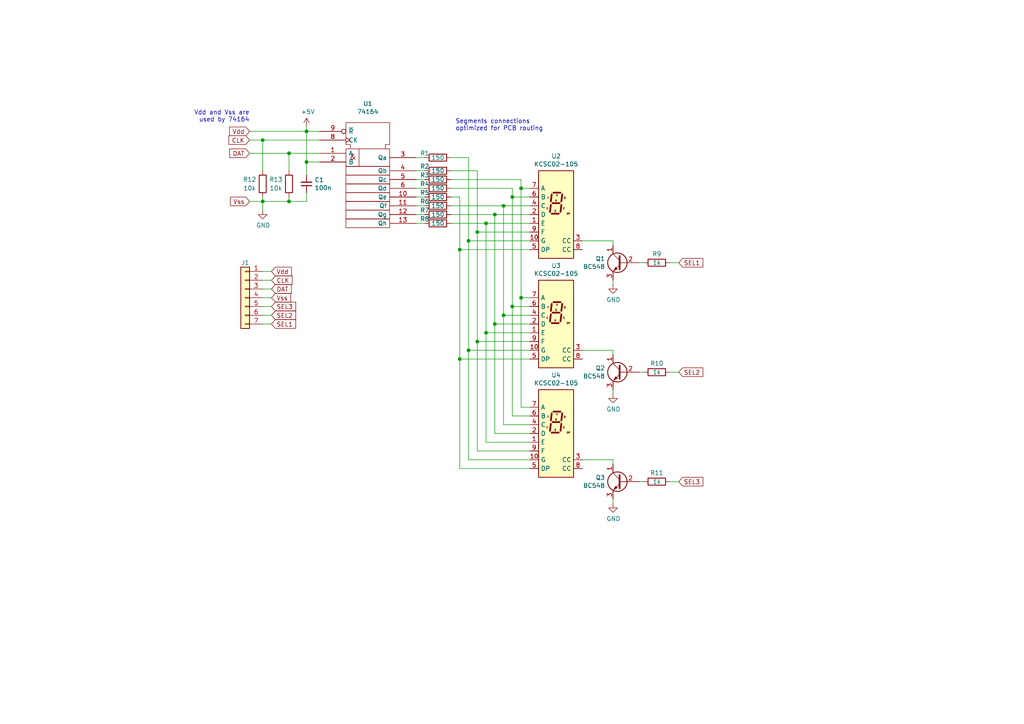
<source format=kicad_sch>
(kicad_sch (version 20230121) (generator eeschema)
  (paper "A4")
  (title_block (title "PIC BPS display - display module") (date "2021-03-10") (rev "v0.1") (company "Gutierrez PS") (comment 1 "https://github.com/gutierrezps/pic-bps-display"))
  (lib_symbols
    (symbol "Connector_Generic:Conn_01x07" (pin_names (offset 1.016) hide)
      (property "Reference" "J" (at 0 10.16 0))
      (property "Value" "Conn_01x07" (at 0 -10.16 0))
      (symbol "Conn_01x07_1_1"
        (rectangle (start -1.27 -7.493) (end 0 -7.747) (stroke (width 0.1524)))
        (rectangle (start -1.27 -4.953) (end 0 -5.207) (stroke (width 0.1524)))
        (rectangle (start -1.27 -2.413) (end 0 -2.667) (stroke (width 0.1524)))
        (rectangle (start -1.27 0.127) (end 0 -0.127) (stroke (width 0.1524)))
        (rectangle (start -1.27 2.667) (end 0 2.413) (stroke (width 0.1524)))
        (rectangle (start -1.27 5.207) (end 0 4.953) (stroke (width 0.1524)))
        (rectangle (start -1.27 7.747) (end 0 7.493) (stroke (width 0.1524)))
        (rectangle (start -1.27 8.89) (end 1.27 -8.89) (stroke (width 0.254)) (fill (type background)))
        (pin passive line (at -5.08 7.62 0) (length 3.81) (name "Pin_1") (number "1"))
        (pin passive line (at -5.08 5.08 0) (length 3.81) (name "Pin_2") (number "2"))
        (pin passive line (at -5.08 2.54 0) (length 3.81) (name "Pin_3") (number "3"))
        (pin passive line (at -5.08 0 0) (length 3.81) (name "Pin_4") (number "4"))
        (pin passive line (at -5.08 -2.54 0) (length 3.81) (name "Pin_5") (number "5"))
        (pin passive line (at -5.08 -5.08 0) (length 3.81) (name "Pin_6") (number "6"))
        (pin passive line (at -5.08 -7.62 0) (length 3.81) (name "Pin_7") (number "7"))
      )
    )
    (symbol "Device:C_Small" (pin_numbers hide) (pin_names (offset 0.254) hide)
      (property "Reference" "C" (at 0.254 1.778 0))
      (property "Value" "C_Small" (at 0.254 -2.032 0))
      (symbol "C_Small_0_1"
        (polyline (pts (xy -1.524 -0.508) (xy 1.524 -0.508)) (stroke (width 0.3302)))
        (polyline (pts (xy -1.524 0.508) (xy 1.524 0.508)) (stroke (width 0.3048)))
      )
      (symbol "C_Small_1_1"
        (pin passive line (at 0 2.54 270) (length 2.032) (name "~") (number "1"))
        (pin passive line (at 0 -2.54 90) (length 2.032) (name "~") (number "2"))
      )
    )
    (symbol "Device:R" (pin_numbers hide) (pin_names (offset 0))
      (property "Reference" "R" (at 2.032 0 90))
      (property "Value" "R" (at 0 0 90))
      (symbol "R_0_1"
        (rectangle (start -1.016 -2.54) (end 1.016 2.54) (stroke (width 0.254)))
      )
      (symbol "R_1_1"
        (pin passive line (at 0 3.81 270) (length 1.27) (name "~") (number "1"))
        (pin passive line (at 0 -3.81 90) (length 1.27) (name "~") (number "2"))
      )
    )
    (symbol "Display_Character:KCSC02-105" (pin_names (offset 0.635))
      (property "Reference" "U" (at -2.54 13.97 0))
      (property "Value" "KCSC02-105" (at 1.27 13.97 0))
      (symbol "KCSC02-105_0_0"
        (text "A" (at 0.254 5.588 0) (effects (font (size 0.508 0.508))))
        (text "B" (at 2.54 4.826 0) (effects (font (size 0.508 0.508))))
        (text "C" (at 2.286 1.778 0) (effects (font (size 0.508 0.508))))
        (text "D" (at -0.254 1.016 0) (effects (font (size 0.508 0.508))))
        (text "DP" (at 3.556 0.254 0) (effects (font (size 0.508 0.508))))
        (text "E" (at -2.54 1.778 0) (effects (font (size 0.508 0.508))))
        (text "F" (at -2.286 4.826 0) (effects (font (size 0.508 0.508))))
        (text "G" (at 0 4.064 0) (effects (font (size 0.508 0.508))))
      )
      (symbol "KCSC02-105_0_1"
        (rectangle (start -5.08 12.7) (end 5.08 -12.7) (stroke (width 0.254)) (fill (type background)))
        (polyline (pts (xy -1.524 2.794) (xy -1.778 0.762)) (stroke (width 0.508)))
        (polyline (pts (xy -1.27 0.254) (xy 0.762 0.254)) (stroke (width 0.508)))
        (polyline (pts (xy -1.27 5.842) (xy -1.524 3.81)) (stroke (width 0.508)))
        (polyline (pts (xy -1.016 3.302) (xy 1.016 3.302)) (stroke (width 0.508)))
        (polyline (pts (xy -0.762 6.35) (xy 1.27 6.35)) (stroke (width 0.508)))
        (polyline (pts (xy 1.524 2.794) (xy 1.27 0.762)) (stroke (width 0.508)))
        (polyline (pts (xy 1.778 5.842) (xy 1.524 3.81)) (stroke (width 0.508)))
        (polyline (pts (xy 2.54 0.254) (xy 2.54 0.254)) (stroke (width 0.508)))
      )
      (symbol "KCSC02-105_1_1"
        (pin input line (at -7.62 -2.54 0) (length 2.54) (name "E") (number "1"))
        (pin input line (at -7.62 -7.62 0) (length 2.54) (name "G") (number "10"))
        (pin input line (at -7.62 0 0) (length 2.54) (name "D") (number "2"))
        (pin input line (at 7.62 -7.62 180) (length 2.54) (name "CC") (number "3"))
        (pin input line (at -7.62 2.54 0) (length 2.54) (name "C") (number "4"))
        (pin input line (at -7.62 -10.16 0) (length 2.54) (name "DP") (number "5"))
        (pin input line (at -7.62 5.08 0) (length 2.54) (name "B") (number "6"))
        (pin input line (at -7.62 7.62 0) (length 2.54) (name "A") (number "7"))
        (pin input line (at 7.62 -10.16 180) (length 2.54) (name "CC") (number "8"))
        (pin input line (at -7.62 -5.08 0) (length 2.54) (name "F") (number "9"))
      )
    )
    (symbol "Transistor_BJT:BC548" (pin_names (offset 0) hide)
      (property "Reference" "Q" (at 5.08 1.905 0))
      (property "Value" "BC548" (at 5.08 0 0))
      (symbol "BC548_0_1"
        (polyline (pts (xy 0 0) (xy 0.635 0)))
        (polyline (pts (xy 0.635 0.635) (xy 2.54 2.54)))
        (polyline (pts (xy 0.635 -0.635) (xy 2.54 -2.54) (xy 2.54 -2.54)))
        (polyline (pts (xy 0.635 1.905) (xy 0.635 -1.905) (xy 0.635 -1.905)) (stroke (width 0.508)))
        (polyline (pts (xy 1.27 -1.778) (xy 1.778 -1.27) (xy 2.286 -2.286) (xy 1.27 -1.778) (xy 1.27 -1.778)) (fill (type outline)))
        (circle (center 1.27 0) (radius 2.8194) (stroke (width 0.254)))
      )
      (symbol "BC548_1_1"
        (pin passive line (at 2.54 5.08 270) (length 2.54) (name "C") (number "1"))
        (pin input line (at -5.08 0 0) (length 5.08) (name "B") (number "2"))
        (pin passive line (at 2.54 -5.08 90) (length 2.54) (name "E") (number "3"))
      )
    )
    (symbol "display-rescue:74164-74xx_IEEE" (pin_names (offset 0.762))
      (property "Reference" "U" (at 8.89 6.35 0))
      (property "Value" "74xx_IEEE_74164" (at 6.35 -22.86 0))
      (symbol "74164-74xx_IEEE_0_0"
        (text "&" (at -4.318 -1.016 0) (effects (font (size 1.524 1.524))))
      )
      (symbol "74164-74xx_IEEE_0_1"
        (rectangle (start -6.35 -19.05) (end 6.35 -21.59))
        (rectangle (start -6.35 -16.51) (end 6.35 -19.05))
        (rectangle (start -6.35 -13.97) (end 6.35 -16.51))
        (rectangle (start -6.35 -11.43) (end 6.35 -13.97))
        (rectangle (start -6.35 -8.89) (end 6.35 -11.43))
        (rectangle (start -6.35 -6.35) (end 6.35 -8.89))
        (rectangle (start -6.35 -3.81) (end 6.35 -6.35))
        (rectangle (start -6.35 1.27) (end 6.35 -3.81))
        (polyline (pts (xy -2.54 1.27) (xy -2.54 -3.81) (xy -2.54 -3.81)))
        (polyline (pts (xy -5.08 1.27) (xy -5.08 2.54) (xy -6.35 2.54) (xy -6.35 8.89) (xy 6.35 8.89) (xy 6.35 2.54) (xy 5.08 2.54) (xy 5.08 1.27) (xy 5.08 1.27)))
      )
      (symbol "74164-74xx_IEEE_1_1"
        (pin input line (at -13.97 0 0) (length 7.62) (name "A") (number "1"))
        (pin output line (at 13.97 -12.7 180) (length 7.62) (name "Qe") (number "10"))
        (pin output line (at 13.97 -15.24 180) (length 7.62) (name "Qf") (number "11"))
        (pin output line (at 13.97 -17.78 180) (length 7.62) (name "Qg") (number "12"))
        (pin output line (at 13.97 -20.32 180) (length 7.62) (name "Qh") (number "13"))
        (pin power_in line (at 5.08 8.89 270) (length 0) hide (name "Vdd") (number "14"))
        (pin input line (at -13.97 -2.54 0) (length 7.62) (name "B") (number "2"))
        (pin output line (at 13.97 -1.27 180) (length 7.62) (name "Qa") (number "3"))
        (pin output line (at 13.97 -5.08 180) (length 7.62) (name "Qb") (number "4"))
        (pin output line (at 13.97 -7.62 180) (length 7.62) (name "Qc") (number "5"))
        (pin output line (at 13.97 -10.16 180) (length 7.62) (name "Qd") (number "6"))
        (pin power_in line (at 0 8.89 270) (length 0) hide (name "Vss") (number "7"))
        (pin input clock (at -13.97 3.81 0) (length 7.62) (name "CK") (number "8"))
        (pin input inverted (at -13.97 6.35 0) (length 7.62) (name "~{R}") (number "9"))
      )
    )
    (symbol "power:+5V" (power) (pin_names (offset 0))
      (property "Value" "+5V" (at 0 3.556 0))
      (symbol "+5V_0_1"
        (polyline (pts (xy -0.762 1.27) (xy 0 2.54)))
        (polyline (pts (xy 0 0) (xy 0 2.54)))
        (polyline (pts (xy 0 2.54) (xy 0.762 1.27)))
      )
      (symbol "+5V_1_1"
        (pin power_in line (at 0 0 90) (length 0) hide (name "+5V") (number "1"))
      )
    )
    (symbol "power:GND" (power) (pin_names (offset 0))
      (property "Value" "GND" (at 0 -3.81 0))
      (symbol "GND_0_1"
        (polyline (pts (xy 0 0) (xy 0 -1.27) (xy 1.27 -1.27) (xy 0 -2.54) (xy -1.27 -1.27) (xy 0 -1.27)))
      )
      (symbol "GND_1_1"
        (pin power_in line (at 0 0 270) (length 0) hide (name "GND") (number "1"))
      )
    )
  )
  (junction (at 151.13 86.36))
  (junction (at 151.13 54.61))
  (junction (at 140.97 64.77))
  (junction (at 88.9 38.1))
  (junction (at 135.89 101.6))
  (junction (at 83.82 44.45))
  (junction (at 140.97 96.52))
  (junction (at 143.51 93.98))
  (junction (at 138.43 67.31))
  (junction (at 76.2 58.42))
  (junction (at 138.43 99.06))
  (junction (at 146.05 59.69))
  (junction (at 76.2 40.64))
  (junction (at 146.05 91.44))
  (junction (at 133.35 72.39))
  (junction (at 135.89 69.85))
  (junction (at 83.82 58.42))
  (junction (at 148.59 88.9))
  (junction (at 133.35 104.14))
  (junction (at 88.9 46.99))
  (junction (at 148.59 57.15))
  (junction (at 143.51 62.23))
  (wire (pts (xy 148.59 88.9) (xy 148.59 120.65)))
  (wire (pts (xy 133.35 72.39) (xy 133.35 57.15)))
  (wire (pts (xy 88.9 36.83) (xy 88.9 38.1)))
  (wire (pts (xy 177.8 133.35) (xy 168.91 133.35)))
  (wire (pts (xy 133.35 104.14) (xy 153.67 104.14)))
  (wire (pts (xy 177.8 101.6) (xy 168.91 101.6)))
  (wire (pts (xy 88.9 38.1) (xy 92.71 38.1)))
  (wire (pts (xy 76.2 49.53) (xy 76.2 40.64)))
  (wire (pts (xy 83.82 44.45) (xy 92.71 44.45)))
  (wire (pts (xy 146.05 91.44) (xy 153.67 91.44)))
  (wire (pts (xy 78.74 83.82) (xy 76.2 83.82)))
  (wire (pts (xy 186.69 76.2) (xy 185.42 76.2)))
  (wire (pts (xy 148.59 57.15) (xy 148.59 88.9)))
  (wire (pts (xy 83.82 57.15) (xy 83.82 58.42)))
  (wire (pts (xy 143.51 93.98) (xy 143.51 62.23)))
  (wire (pts (xy 146.05 59.69) (xy 153.67 59.69)))
  (wire (pts (xy 151.13 54.61) (xy 151.13 52.07)))
  (wire (pts (xy 138.43 130.81) (xy 153.67 130.81)))
  (wire (pts (xy 153.67 93.98) (xy 143.51 93.98)))
  (wire (pts (xy 140.97 96.52) (xy 153.67 96.52)))
  (wire (pts (xy 76.2 40.64) (xy 92.71 40.64)))
  (wire (pts (xy 133.35 104.14) (xy 133.35 135.89)))
  (wire (pts (xy 148.59 88.9) (xy 153.67 88.9)))
  (wire (pts (xy 138.43 99.06) (xy 153.67 99.06)))
  (wire (pts (xy 177.8 114.3) (xy 177.8 113.03)))
  (wire (pts (xy 140.97 96.52) (xy 140.97 128.27)))
  (wire (pts (xy 151.13 118.11) (xy 151.13 86.36)))
  (wire (pts (xy 123.19 59.69) (xy 120.65 59.69)))
  (wire (pts (xy 76.2 88.9) (xy 78.74 88.9)))
  (wire (pts (xy 130.81 64.77) (xy 140.97 64.77)))
  (wire (pts (xy 140.97 64.77) (xy 140.97 96.52)))
  (wire (pts (xy 148.59 57.15) (xy 148.59 54.61)))
  (wire (pts (xy 88.9 55.88) (xy 88.9 58.42)))
  (wire (pts (xy 153.67 57.15) (xy 148.59 57.15)))
  (wire (pts (xy 123.19 54.61) (xy 120.65 54.61)))
  (wire (pts (xy 146.05 91.44) (xy 146.05 123.19)))
  (wire (pts (xy 177.8 82.55) (xy 177.8 81.28)))
  (wire (pts (xy 186.69 139.7) (xy 185.42 139.7)))
  (wire (pts (xy 138.43 67.31) (xy 138.43 49.53)))
  (wire (pts (xy 88.9 46.99) (xy 92.71 46.99)))
  (wire (pts (xy 76.2 81.28) (xy 78.74 81.28)))
  (wire (pts (xy 123.19 49.53) (xy 120.65 49.53)))
  (wire (pts (xy 78.74 78.74) (xy 76.2 78.74)))
  (wire (pts (xy 153.67 69.85) (xy 135.89 69.85)))
  (wire (pts (xy 153.67 133.35) (xy 135.89 133.35)))
  (wire (pts (xy 186.69 107.95) (xy 185.42 107.95)))
  (wire (pts (xy 153.67 67.31) (xy 138.43 67.31)))
  (wire (pts (xy 133.35 72.39) (xy 133.35 104.14)))
  (wire (pts (xy 177.8 134.62) (xy 177.8 133.35)))
  (wire (pts (xy 138.43 67.31) (xy 138.43 99.06)))
  (wire (pts (xy 120.65 62.23) (xy 123.19 62.23)))
  (wire (pts (xy 151.13 86.36) (xy 151.13 54.61)))
  (wire (pts (xy 140.97 64.77) (xy 153.67 64.77)))
  (wire (pts (xy 123.19 64.77) (xy 120.65 64.77)))
  (wire (pts (xy 133.35 135.89) (xy 153.67 135.89)))
  (wire (pts (xy 151.13 52.07) (xy 130.81 52.07)))
  (wire (pts (xy 177.8 102.87) (xy 177.8 101.6)))
  (wire (pts (xy 88.9 50.8) (xy 88.9 46.99)))
  (wire (pts (xy 130.81 59.69) (xy 146.05 59.69)))
  (wire (pts (xy 140.97 128.27) (xy 153.67 128.27)))
  (wire (pts (xy 72.39 38.1) (xy 88.9 38.1)))
  (wire (pts (xy 153.67 86.36) (xy 151.13 86.36)))
  (wire (pts (xy 177.8 146.05) (xy 177.8 144.78)))
  (wire (pts (xy 130.81 62.23) (xy 143.51 62.23)))
  (wire (pts (xy 83.82 58.42) (xy 76.2 58.42)))
  (wire (pts (xy 148.59 120.65) (xy 153.67 120.65)))
  (wire (pts (xy 138.43 49.53) (xy 130.81 49.53)))
  (wire (pts (xy 83.82 49.53) (xy 83.82 44.45)))
  (wire (pts (xy 76.2 86.36) (xy 78.74 86.36)))
  (wire (pts (xy 196.85 107.95) (xy 194.31 107.95)))
  (wire (pts (xy 76.2 60.96) (xy 76.2 58.42)))
  (wire (pts (xy 135.89 101.6) (xy 135.89 69.85)))
  (wire (pts (xy 88.9 38.1) (xy 88.9 46.99)))
  (wire (pts (xy 135.89 45.72) (xy 130.81 45.72)))
  (wire (pts (xy 120.65 52.07) (xy 123.19 52.07)))
  (wire (pts (xy 120.65 45.72) (xy 123.19 45.72)))
  (wire (pts (xy 78.74 93.98) (xy 76.2 93.98)))
  (wire (pts (xy 135.89 133.35) (xy 135.89 101.6)))
  (wire (pts (xy 88.9 58.42) (xy 83.82 58.42)))
  (wire (pts (xy 72.39 44.45) (xy 83.82 44.45)))
  (wire (pts (xy 153.67 54.61) (xy 151.13 54.61)))
  (wire (pts (xy 177.8 69.85) (xy 168.91 69.85)))
  (wire (pts (xy 76.2 91.44) (xy 78.74 91.44)))
  (wire (pts (xy 135.89 69.85) (xy 135.89 45.72)))
  (wire (pts (xy 133.35 57.15) (xy 130.81 57.15)))
  (wire (pts (xy 196.85 76.2) (xy 194.31 76.2)))
  (wire (pts (xy 72.39 40.64) (xy 76.2 40.64)))
  (wire (pts (xy 72.39 58.42) (xy 76.2 58.42)))
  (wire (pts (xy 138.43 99.06) (xy 138.43 130.81)))
  (wire (pts (xy 153.67 101.6) (xy 135.89 101.6)))
  (wire (pts (xy 148.59 54.61) (xy 130.81 54.61)))
  (wire (pts (xy 76.2 58.42) (xy 76.2 57.15)))
  (wire (pts (xy 146.05 59.69) (xy 146.05 91.44)))
  (wire (pts (xy 146.05 123.19) (xy 153.67 123.19)))
  (wire (pts (xy 143.51 62.23) (xy 153.67 62.23)))
  (wire (pts (xy 177.8 71.12) (xy 177.8 69.85)))
  (wire (pts (xy 120.65 57.15) (xy 123.19 57.15)))
  (wire (pts (xy 153.67 118.11) (xy 151.13 118.11)))
  (wire (pts (xy 196.85 139.7) (xy 194.31 139.7)))
  (wire (pts (xy 153.67 125.73) (xy 143.51 125.73)))
  (wire (pts (xy 143.51 125.73) (xy 143.51 93.98)))
  (wire (pts (xy 133.35 72.39) (xy 153.67 72.39)))
  (text "Segments connections\noptimized for PCB routing" (at 132.08 38.1 0) (effects (font (size 1.27 1.27)) (justify left bottom)))
  (text "Vdd and Vss are\nused by 74164" (at 72.39 35.56 0) (effects (font (size 1.27 1.27)) (justify right bottom)))
  (global_label "SEL1" (shape input) (at 78.74 93.98 0) (property "Intersheetrefs" "${INTERSHEET_REFS}" (effects hide)))
  (global_label "Vss" (shape input) (at 78.74 86.36 0) (property "Intersheetrefs" "${INTERSHEET_REFS}" (effects hide)))
  (global_label "DAT" (shape input) (at 72.39 44.45 180) (property "Intersheetrefs" "${INTERSHEET_REFS}" (effects hide)))
  (global_label "Vdd" (shape input) (at 78.74 78.74 0) (property "Intersheetrefs" "${INTERSHEET_REFS}" (effects hide)))
  (global_label "DAT" (shape input) (at 78.74 83.82 0) (property "Intersheetrefs" "${INTERSHEET_REFS}" (effects hide)))
  (global_label "SEL2" (shape input) (at 196.85 107.95 0) (property "Intersheetrefs" "${INTERSHEET_REFS}" (effects hide)))
  (global_label "SEL1" (shape input) (at 196.85 76.2 0) (property "Intersheetrefs" "${INTERSHEET_REFS}" (effects hide)))
  (global_label "CLK" (shape input) (at 72.39 40.64 180) (property "Intersheetrefs" "${INTERSHEET_REFS}" (effects hide)))
  (global_label "SEL2" (shape input) (at 78.74 91.44 0) (property "Intersheetrefs" "${INTERSHEET_REFS}" (effects hide)))
  (global_label "SEL3" (shape input) (at 78.74 88.9 0) (property "Intersheetrefs" "${INTERSHEET_REFS}" (effects hide)))
  (global_label "CLK" (shape input) (at 78.74 81.28 0) (property "Intersheetrefs" "${INTERSHEET_REFS}" (effects hide)))
  (global_label "Vss" (shape input) (at 72.39 58.42 180) (property "Intersheetrefs" "${INTERSHEET_REFS}" (effects hide)))
  (global_label "Vdd" (shape input) (at 72.39 38.1 180) (property "Intersheetrefs" "${INTERSHEET_REFS}" (effects hide)))
  (global_label "SEL3" (shape input) (at 196.85 139.7 0) (property "Intersheetrefs" "${INTERSHEET_REFS}" (effects hide)))
  (symbol (lib_id "display-rescue:74164-74xx_IEEE") (at 106.68 44.45 0) (unit 1)
    (property "Reference" "U1" (at 106.68 30.0736 0))
    (property "Value" "74164" (at 106.68 32.385 0))
    (property "Footprint" "Package_DIP:DIP-14_W7.62mm_LongPads" (effects hide))
  )
  (symbol (lib_id "Device:R") (at 127 49.53 270) (unit 1)
    (property "Reference" "R2" (at 123.19 48.26 90))
    (property "Value" "150" (at 127 49.53 90))
    (property "Footprint" "Resistor_THT:R_Axial_DIN0207_L6.3mm_D2.5mm_P10.16mm_Horizontal" (effects hide))
  )
  (symbol (lib_id "Device:R") (at 127 52.07 270) (unit 1)
    (property "Reference" "R3" (at 123.19 50.8 90))
    (property "Value" "150" (at 127 52.07 90))
    (property "Footprint" "Resistor_THT:R_Axial_DIN0207_L6.3mm_D2.5mm_P10.16mm_Horizontal" (effects hide))
  )
  (symbol (lib_id "Device:R") (at 127 54.61 270) (unit 1)
    (property "Reference" "R4" (at 123.19 53.34 90))
    (property "Value" "150" (at 127 54.61 90))
    (property "Footprint" "Resistor_THT:R_Axial_DIN0207_L6.3mm_D2.5mm_P10.16mm_Horizontal" (effects hide))
  )
  (symbol (lib_id "Device:R") (at 127 57.15 270) (unit 1)
    (property "Reference" "R5" (at 123.19 55.88 90))
    (property "Value" "150" (at 127 57.15 90))
    (property "Footprint" "Resistor_THT:R_Axial_DIN0207_L6.3mm_D2.5mm_P10.16mm_Horizontal" (effects hide))
  )
  (symbol (lib_id "Device:R") (at 127 59.69 270) (unit 1)
    (property "Reference" "R6" (at 123.19 58.42 90))
    (property "Value" "150" (at 127 59.69 90))
    (property "Footprint" "Resistor_THT:R_Axial_DIN0207_L6.3mm_D2.5mm_P10.16mm_Horizontal" (effects hide))
  )
  (symbol (lib_id "Device:R") (at 127 62.23 270) (unit 1)
    (property "Reference" "R7" (at 123.19 60.96 90))
    (property "Value" "150" (at 127 62.23 90))
    (property "Footprint" "Resistor_THT:R_Axial_DIN0207_L6.3mm_D2.5mm_P10.16mm_Horizontal" (effects hide))
  )
  (symbol (lib_id "Device:R") (at 127 64.77 270) (unit 1)
    (property "Reference" "R8" (at 123.19 63.5 90))
    (property "Value" "150" (at 127 64.77 90))
    (property "Footprint" "Resistor_THT:R_Axial_DIN0207_L6.3mm_D2.5mm_P10.16mm_Horizontal" (effects hide))
  )
  (symbol (lib_id "Device:R") (at 127 45.72 270) (unit 1)
    (property "Reference" "R1" (at 123.19 44.45 90))
    (property "Value" "150" (at 127 45.72 90))
    (property "Footprint" "Resistor_THT:R_Axial_DIN0207_L6.3mm_D2.5mm_P10.16mm_Horizontal" (effects hide))
  )
  (symbol (lib_id "Device:R") (at 76.2 53.34 0) (unit 1)
    (property "Reference" "R12" (at 72.39 52.07 0))
    (property "Value" "10k" (at 72.39 54.61 0))
    (property "Footprint" "Resistor_THT:R_Axial_DIN0207_L6.3mm_D2.5mm_P10.16mm_Horizontal" (effects hide))
  )
  (symbol (lib_id "Device:R") (at 83.82 53.34 0) (unit 1)
    (property "Reference" "R13" (at 80.01 52.07 0))
    (property "Value" "10k" (at 80.01 54.61 0))
    (property "Footprint" "Resistor_THT:R_Axial_DIN0207_L6.3mm_D2.5mm_P10.16mm_Horizontal" (effects hide))
  )
  (symbol (lib_id "power:GND") (at 76.2 60.96 0) (unit 1)
    (property "Reference" "#PWR04" (effects hide))
    (property "Value" "GND" (at 76.327 65.3542 0))
  )
  (symbol (lib_id "Display_Character:KCSC02-105") (at 161.29 62.23 0) (unit 1)
    (property "Reference" "U2" (at 161.29 45.2882 0))
    (property "Value" "KCSC02-105" (at 161.29 47.5996 0))
    (property "Footprint" "Display_7Segment:7SegmentLED_LTS6760_LTS6780" (effects hide))
    (property "Datasheet" "http://www.kingbright.com/attachments/file/psearch/000/00/00/KCSC02-105(Ver.9A).pdf" (effects hide))
  )
  (symbol (lib_id "Display_Character:KCSC02-105") (at 161.29 93.98 0) (unit 1)
    (property "Reference" "U3" (at 161.29 77.0382 0))
    (property "Value" "KCSC02-105" (at 161.29 79.3496 0))
    (property "Footprint" "Display_7Segment:7SegmentLED_LTS6760_LTS6780" (effects hide))
    (property "Datasheet" "http://www.kingbright.com/attachments/file/psearch/000/00/00/KCSC02-105(Ver.9A).pdf" (effects hide))
  )
  (symbol (lib_id "Display_Character:KCSC02-105") (at 161.29 125.73 0) (unit 1)
    (property "Reference" "U4" (at 161.29 108.7882 0))
    (property "Value" "KCSC02-105" (at 161.29 111.0996 0))
    (property "Footprint" "Display_7Segment:7SegmentLED_LTS6760_LTS6780" (effects hide))
    (property "Datasheet" "http://www.kingbright.com/attachments/file/psearch/000/00/00/KCSC02-105(Ver.9A).pdf" (effects hide))
  )
  (symbol (lib_id "Transistor_BJT:BC548") (at 180.34 76.2 0) (mirror y) (unit 1)
    (property "Reference" "Q1" (at 175.4886 75.0316 0) (effects (justify left)))
    (property "Value" "BC548" (at 175.4886 77.343 0) (effects (justify left)))
    (property "Footprint" "Package_TO_SOT_THT:TO-92_Inline_Wide" (effects hide))
    (property "Datasheet" "http://www.fairchildsemi.com/ds/BC/BC547.pdf" (effects hide))
  )
  (symbol (lib_id "power:GND") (at 177.8 82.55 0) (unit 1)
    (property "Reference" "#PWR0101" (effects hide))
    (property "Value" "GND" (at 177.927 86.9442 0))
  )
  (symbol (lib_id "Device:R") (at 190.5 107.95 270) (unit 1)
    (property "Reference" "R10" (at 190.5 105.41 90))
    (property "Value" "1k" (at 190.5 107.95 90))
    (property "Footprint" "Resistor_THT:R_Axial_DIN0207_L6.3mm_D2.5mm_P10.16mm_Horizontal" (effects hide))
  )
  (symbol (lib_id "Transistor_BJT:BC548") (at 180.34 107.95 0) (mirror y) (unit 1)
    (property "Reference" "Q2" (at 175.4886 106.7816 0) (effects (justify left)))
    (property "Value" "BC548" (at 175.4886 109.093 0) (effects (justify left)))
    (property "Footprint" "Package_TO_SOT_THT:TO-92_Inline_Wide" (effects hide))
    (property "Datasheet" "http://www.fairchildsemi.com/ds/BC/BC547.pdf" (effects hide))
  )
  (symbol (lib_id "power:GND") (at 177.8 114.3 0) (unit 1)
    (property "Reference" "#PWR0103" (effects hide))
    (property "Value" "GND" (at 177.927 118.6942 0))
  )
  (symbol (lib_id "Device:R") (at 190.5 139.7 270) (unit 1)
    (property "Reference" "R11" (at 190.5 137.16 90))
    (property "Value" "1k" (at 190.5 139.7 90))
    (property "Footprint" "Resistor_THT:R_Axial_DIN0207_L6.3mm_D2.5mm_P10.16mm_Horizontal" (effects hide))
  )
  (symbol (lib_id "Transistor_BJT:BC548") (at 180.34 139.7 0) (mirror y) (unit 1)
    (property "Reference" "Q3" (at 175.4886 138.5316 0) (effects (justify left)))
    (property "Value" "BC548" (at 175.4886 140.843 0) (effects (justify left)))
    (property "Footprint" "Package_TO_SOT_THT:TO-92_Inline_Wide" (effects hide))
    (property "Datasheet" "http://www.fairchildsemi.com/ds/BC/BC547.pdf" (effects hide))
  )
  (symbol (lib_id "power:GND") (at 177.8 146.05 0) (unit 1)
    (property "Reference" "#PWR0104" (effects hide))
    (property "Value" "GND" (at 177.927 150.4442 0))
  )
  (symbol (lib_id "Device:R") (at 190.5 76.2 270) (unit 1)
    (property "Reference" "R9" (at 190.5 73.66 90))
    (property "Value" "1k" (at 190.5 76.2 90))
    (property "Footprint" "Resistor_THT:R_Axial_DIN0207_L6.3mm_D2.5mm_P10.16mm_Horizontal" (effects hide))
  )
  (symbol (lib_id "Connector_Generic:Conn_01x07") (at 71.12 86.36 0) (mirror y) (unit 1)
    (property "Reference" "J1" (at 71.12 76.2 0))
    (property "Value" "Conn_01x07" (effects hide))
    (property "Footprint" "Connector_PinHeader_2.54mm:PinHeader_1x07_P2.54mm_Vertical" (effects hide))
  )
  (symbol (lib_id "power:+5V") (at 88.9 36.83 0) (unit 1)
    (property "Reference" "#PWR0102" (effects hide))
    (property "Value" "+5V" (at 89.281 32.4358 0))
  )
  (symbol (lib_id "Device:C_Small") (at 88.9 53.34 180) (unit 1)
    (property "Reference" "C1" (at 91.2368 52.1716 0) (effects (justify right)))
    (property "Value" "100n" (at 91.2368 54.483 0) (effects (justify right)))
    (property "Footprint" "Capacitor_SMD:C_0805_2012Metric_Pad1.15x1.40mm_HandSolder" (effects hide))
  )
)
</source>
